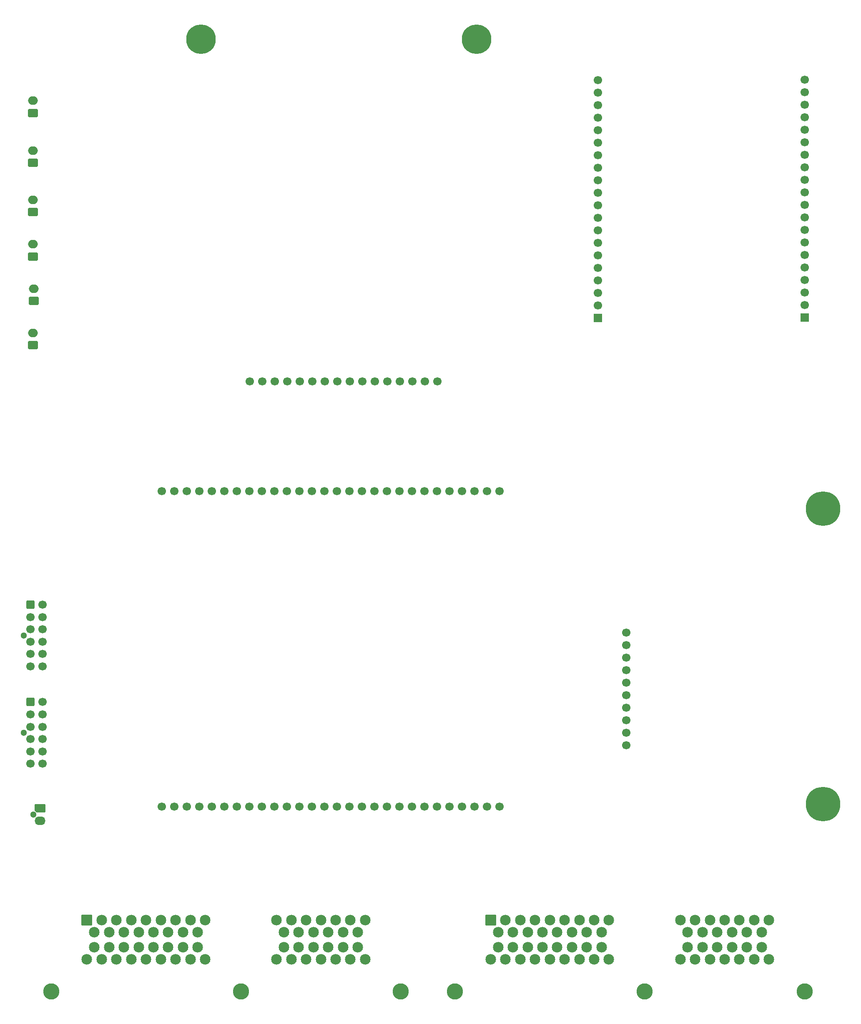
<source format=gbr>
%TF.GenerationSoftware,KiCad,Pcbnew,9.0.2*%
%TF.CreationDate,2025-06-04T19:48:03+07:00*%
%TF.ProjectId,VCU,5643552e-6b69-4636-9164-5f7063625858,rev?*%
%TF.SameCoordinates,Original*%
%TF.FileFunction,Soldermask,Bot*%
%TF.FilePolarity,Negative*%
%FSLAX46Y46*%
G04 Gerber Fmt 4.6, Leading zero omitted, Abs format (unit mm)*
G04 Created by KiCad (PCBNEW 9.0.2) date 2025-06-04 19:48:03*
%MOMM*%
%LPD*%
G01*
G04 APERTURE LIST*
G04 Aperture macros list*
%AMRoundRect*
0 Rectangle with rounded corners*
0 $1 Rounding radius*
0 $2 $3 $4 $5 $6 $7 $8 $9 X,Y pos of 4 corners*
0 Add a 4 corners polygon primitive as box body*
4,1,4,$2,$3,$4,$5,$6,$7,$8,$9,$2,$3,0*
0 Add four circle primitives for the rounded corners*
1,1,$1+$1,$2,$3*
1,1,$1+$1,$4,$5*
1,1,$1+$1,$6,$7*
1,1,$1+$1,$8,$9*
0 Add four rect primitives between the rounded corners*
20,1,$1+$1,$2,$3,$4,$5,0*
20,1,$1+$1,$4,$5,$6,$7,0*
20,1,$1+$1,$6,$7,$8,$9,0*
20,1,$1+$1,$8,$9,$2,$3,0*%
%AMFreePoly0*
4,1,22,0.945671,0.830970,1.026777,0.776777,1.080970,0.695671,1.100000,0.600000,1.100000,-0.600000,1.080970,-0.695671,1.026777,-0.776777,0.945671,-0.830970,0.850000,-0.850000,-0.596447,-0.850000,-0.692118,-0.830970,-0.773224,-0.776777,-1.026777,-0.523224,-1.080970,-0.442118,-1.100000,-0.346447,-1.100000,0.600000,-1.080970,0.695671,-1.026777,0.776777,-0.945671,0.830970,-0.850000,0.850000,
0.850000,0.850000,0.945671,0.830970,0.945671,0.830970,$1*%
G04 Aperture macros list end*
%ADD10RoundRect,0.250000X0.750000X-0.600000X0.750000X0.600000X-0.750000X0.600000X-0.750000X-0.600000X0*%
%ADD11O,2.000000X1.700000*%
%ADD12C,1.300000*%
%ADD13RoundRect,0.250000X-0.600000X-0.600000X0.600000X-0.600000X0.600000X0.600000X-0.600000X0.600000X0*%
%ADD14C,1.700000*%
%ADD15C,6.000000*%
%ADD16C,7.000000*%
%ADD17FreePoly0,0.000000*%
%ADD18O,2.200000X1.700000*%
%ADD19C,3.300000*%
%ADD20RoundRect,0.102000X-0.975000X-0.975000X0.975000X-0.975000X0.975000X0.975000X-0.975000X0.975000X0*%
%ADD21C,2.154000*%
%ADD22R,1.700000X1.700000*%
G04 APERTURE END LIST*
D10*
%TO.C,VCU1*%
X175745565Y-173876387D03*
D11*
X175745565Y-171376387D03*
%TD*%
D12*
%TO.C,J9*%
X173910000Y-232775000D03*
D13*
X175250000Y-226525000D03*
D14*
X175250000Y-229025000D03*
X175250000Y-231525000D03*
X175250000Y-234025000D03*
X175250000Y-236525000D03*
X175250000Y-239025000D03*
X177750000Y-226525000D03*
X177750000Y-229025000D03*
X177750000Y-231525000D03*
X177750000Y-234025000D03*
X177750000Y-236525000D03*
X177750000Y-239025000D03*
%TD*%
%TO.C,U4*%
X257900000Y-181250000D03*
X255360000Y-181250000D03*
X252820000Y-181250000D03*
X250280000Y-181250000D03*
X247740000Y-181250000D03*
X245200000Y-181250000D03*
X242660000Y-181250000D03*
X240120000Y-181250000D03*
X237580000Y-181250000D03*
X235040000Y-181250000D03*
X232500000Y-181250000D03*
X229960000Y-181250000D03*
D15*
X265900000Y-111750000D03*
D14*
X227420000Y-181250000D03*
D15*
X209900000Y-111750000D03*
D14*
X224880000Y-181250000D03*
X222340000Y-181250000D03*
X219800000Y-181250000D03*
%TD*%
D10*
%TO.C,12V1*%
X175750000Y-126750000D03*
D11*
X175750000Y-124250000D03*
%TD*%
D10*
%TO.C,ALL1*%
X175745565Y-146876387D03*
D11*
X175745565Y-144376387D03*
%TD*%
D14*
%TO.C,BSPD1*%
X296250000Y-255000000D03*
X296250000Y-252460000D03*
X296250000Y-249920000D03*
X296250000Y-247380000D03*
X296250000Y-244840000D03*
X296250000Y-242300000D03*
X296250000Y-239760000D03*
X296250000Y-237220000D03*
X296250000Y-234680000D03*
X296250000Y-232140000D03*
D16*
X336250000Y-207000000D03*
X336250000Y-267000000D03*
%TD*%
D10*
%TO.C,TELEMETRY1*%
X175995565Y-164876387D03*
D11*
X175995565Y-162376387D03*
%TD*%
D10*
%TO.C,BSPD2*%
X175745565Y-155876387D03*
D11*
X175745565Y-153376387D03*
%TD*%
D14*
%TO.C,U2*%
X270500000Y-203500000D03*
X267960000Y-203500000D03*
X265420000Y-203500000D03*
X262880000Y-203500000D03*
X260340000Y-203500000D03*
X257800000Y-203500000D03*
X255260000Y-203500000D03*
X252720000Y-203500000D03*
X250180000Y-203500000D03*
X247640000Y-203500000D03*
X245100000Y-203500000D03*
X242560000Y-203500000D03*
X240020000Y-203500000D03*
X237480000Y-203500000D03*
X234940000Y-203500000D03*
X232400000Y-203500000D03*
X229860000Y-203500000D03*
X227320000Y-203500000D03*
X224780000Y-203500000D03*
X222240000Y-203500000D03*
X219700000Y-203500000D03*
X217160000Y-203500000D03*
X214620000Y-203500000D03*
X212080000Y-203500000D03*
X209540000Y-203500000D03*
X207000000Y-203500000D03*
X204460000Y-203500000D03*
X201920000Y-203500000D03*
X270500000Y-267500000D03*
X267960000Y-267500000D03*
X265420000Y-267500000D03*
X262880000Y-267500000D03*
X260340000Y-267500000D03*
X257800000Y-267500000D03*
X255260000Y-267500000D03*
X252720000Y-267500000D03*
X250180000Y-267500000D03*
X247640000Y-267500000D03*
X245100000Y-267500000D03*
X242560000Y-267500000D03*
X240020000Y-267500000D03*
X237480000Y-267500000D03*
X234940000Y-267500000D03*
X232400000Y-267500000D03*
X229860000Y-267500000D03*
X227320000Y-267500000D03*
X224780000Y-267500000D03*
X222240000Y-267500000D03*
X219700000Y-267500000D03*
X217160000Y-267500000D03*
X214620000Y-267500000D03*
X212080000Y-267500000D03*
X209540000Y-267500000D03*
X207000000Y-267500000D03*
X204460000Y-267500000D03*
X201920000Y-267500000D03*
%TD*%
D12*
%TO.C,J10*%
X175885000Y-269075000D03*
D17*
X177225000Y-267825000D03*
D18*
X177225000Y-270325000D03*
%TD*%
D10*
%TO.C,3V3*%
X175750000Y-136850000D03*
D11*
X175750000Y-134350000D03*
%TD*%
D19*
%TO.C,J11*%
X261500000Y-305000000D03*
X300000000Y-305000000D03*
X332500000Y-305000000D03*
D20*
X268750000Y-290500000D03*
D21*
X271750000Y-290500000D03*
X274750000Y-290500000D03*
X277750000Y-290500000D03*
X280750000Y-290500000D03*
X283750000Y-290500000D03*
X286750000Y-290500000D03*
X289750000Y-290500000D03*
X292750000Y-290500000D03*
X270250000Y-293000000D03*
X273250000Y-293000000D03*
X276250000Y-293000000D03*
X279250000Y-293000000D03*
X282250000Y-293000000D03*
X285250000Y-293000000D03*
X288250000Y-293000000D03*
X291250000Y-293000000D03*
X270250000Y-296000000D03*
X273250000Y-296000000D03*
X276250000Y-296000000D03*
X279250000Y-296000000D03*
X282250000Y-296000000D03*
X285250000Y-296000000D03*
X288250000Y-296000000D03*
X291250000Y-296000000D03*
X268750000Y-298500000D03*
X271750000Y-298500000D03*
X274750000Y-298500000D03*
X277750000Y-298500000D03*
X280750000Y-298500000D03*
X283750000Y-298500000D03*
X286750000Y-298500000D03*
X289750000Y-298500000D03*
X292750000Y-298500000D03*
X307250000Y-290500000D03*
X310250000Y-290500000D03*
X313250000Y-290500000D03*
X316250000Y-290500000D03*
X319250000Y-290500000D03*
X322250000Y-290500000D03*
X325250000Y-290500000D03*
X308750000Y-293000000D03*
X311750000Y-293000000D03*
X314750000Y-293000000D03*
X317750000Y-293000000D03*
X320750000Y-293000000D03*
X323750000Y-293000000D03*
X308750000Y-296000000D03*
X311750000Y-296000000D03*
X314750000Y-296000000D03*
X317750000Y-296000000D03*
X320750000Y-296000000D03*
X323750000Y-296000000D03*
X307250000Y-298500000D03*
X310250000Y-298500000D03*
X313250000Y-298500000D03*
X316250000Y-298500000D03*
X319250000Y-298500000D03*
X322250000Y-298500000D03*
X325250000Y-298500000D03*
%TD*%
D19*
%TO.C,J1*%
X179500000Y-305000000D03*
X218000000Y-305000000D03*
X250500000Y-305000000D03*
D20*
X186750000Y-290500000D03*
D21*
X189750000Y-290500000D03*
X192750000Y-290500000D03*
X195750000Y-290500000D03*
X198750000Y-290500000D03*
X201750000Y-290500000D03*
X204750000Y-290500000D03*
X207750000Y-290500000D03*
X210750000Y-290500000D03*
X188250000Y-293000000D03*
X191250000Y-293000000D03*
X194250000Y-293000000D03*
X197250000Y-293000000D03*
X200250000Y-293000000D03*
X203250000Y-293000000D03*
X206250000Y-293000000D03*
X209250000Y-293000000D03*
X188250000Y-296000000D03*
X191250000Y-296000000D03*
X194250000Y-296000000D03*
X197250000Y-296000000D03*
X200250000Y-296000000D03*
X203250000Y-296000000D03*
X206250000Y-296000000D03*
X209250000Y-296000000D03*
X186750000Y-298500000D03*
X189750000Y-298500000D03*
X192750000Y-298500000D03*
X195750000Y-298500000D03*
X198750000Y-298500000D03*
X201750000Y-298500000D03*
X204750000Y-298500000D03*
X207750000Y-298500000D03*
X210750000Y-298500000D03*
X225250000Y-290500000D03*
X228250000Y-290500000D03*
X231250000Y-290500000D03*
X234250000Y-290500000D03*
X237250000Y-290500000D03*
X240250000Y-290500000D03*
X243250000Y-290500000D03*
X226750000Y-293000000D03*
X229750000Y-293000000D03*
X232750000Y-293000000D03*
X235750000Y-293000000D03*
X238750000Y-293000000D03*
X241750000Y-293000000D03*
X226750000Y-296000000D03*
X229750000Y-296000000D03*
X232750000Y-296000000D03*
X235750000Y-296000000D03*
X238750000Y-296000000D03*
X241750000Y-296000000D03*
X225250000Y-298500000D03*
X228250000Y-298500000D03*
X231250000Y-298500000D03*
X234250000Y-298500000D03*
X237250000Y-298500000D03*
X240250000Y-298500000D03*
X243250000Y-298500000D03*
%TD*%
D14*
%TO.C,U1*%
X290523223Y-120052774D03*
X290523223Y-125132774D03*
X290523223Y-130212774D03*
X290523223Y-135292774D03*
X290523223Y-137832774D03*
X290523223Y-140372774D03*
X290523223Y-142912774D03*
X290523223Y-150532774D03*
X290523223Y-155612774D03*
X290523223Y-160692774D03*
X290523223Y-163232774D03*
X290523223Y-165772774D03*
D22*
X290523223Y-168312774D03*
D14*
X332500000Y-125054884D03*
X332500000Y-127594884D03*
X332500000Y-130134884D03*
X332500000Y-132674884D03*
X332500000Y-135214884D03*
X332500000Y-137754884D03*
X332500000Y-140294884D03*
X332500000Y-142834884D03*
X332500000Y-145374884D03*
X332500000Y-147914884D03*
X332500000Y-150454884D03*
X332500000Y-152994884D03*
X332500000Y-155534884D03*
X332500000Y-158074884D03*
X332500000Y-160614884D03*
X332500000Y-163154884D03*
X332500000Y-165694884D03*
D22*
X332500000Y-168234884D03*
D14*
X290523223Y-122592774D03*
X290523223Y-127672774D03*
X290523223Y-132752774D03*
X290523223Y-145452774D03*
X290523223Y-147992774D03*
X290523223Y-153072774D03*
X290523223Y-158152774D03*
X332500000Y-119974884D03*
X332500000Y-122514884D03*
%TD*%
D12*
%TO.C,J8*%
X173910000Y-252525000D03*
D13*
X175250000Y-246275000D03*
D14*
X175250000Y-248775000D03*
X175250000Y-251275000D03*
X175250000Y-253775000D03*
X175250000Y-256275000D03*
X175250000Y-258775000D03*
X177750000Y-246275000D03*
X177750000Y-248775000D03*
X177750000Y-251275000D03*
X177750000Y-253775000D03*
X177750000Y-256275000D03*
X177750000Y-258775000D03*
%TD*%
M02*

</source>
